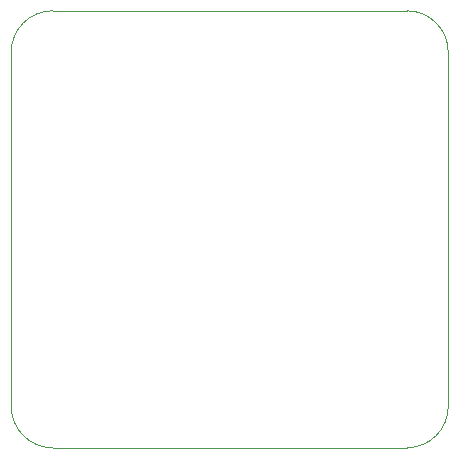
<source format=gm1>
G04 #@! TF.GenerationSoftware,KiCad,Pcbnew,9.0.1*
G04 #@! TF.CreationDate,2025-04-30T23:29:38-04:00*
G04 #@! TF.ProjectId,Control Board V2,436f6e74-726f-46c2-9042-6f6172642056,rev?*
G04 #@! TF.SameCoordinates,Original*
G04 #@! TF.FileFunction,Profile,NP*
%FSLAX46Y46*%
G04 Gerber Fmt 4.6, Leading zero omitted, Abs format (unit mm)*
G04 Created by KiCad (PCBNEW 9.0.1) date 2025-04-30 23:29:38*
%MOMM*%
%LPD*%
G01*
G04 APERTURE LIST*
G04 #@! TA.AperFunction,Profile*
%ADD10C,0.050000*%
G04 #@! TD*
G04 APERTURE END LIST*
D10*
X60000000Y-130500000D02*
X90000000Y-130500000D01*
X56500000Y-97000000D02*
G75*
G02*
X60000000Y-93500000I3500000J0D01*
G01*
X90000000Y-93500000D02*
G75*
G02*
X93500000Y-97000000I0J-3500000D01*
G01*
X60000000Y-93500000D02*
X90000000Y-93500000D01*
X93500000Y-127000000D02*
X93500000Y-97000000D01*
X93500000Y-127000000D02*
G75*
G02*
X90000000Y-130500000I-3500000J0D01*
G01*
X56500000Y-97000000D02*
X56500000Y-127000000D01*
X60000000Y-130500000D02*
G75*
G02*
X56500000Y-127000000I0J3500000D01*
G01*
M02*

</source>
